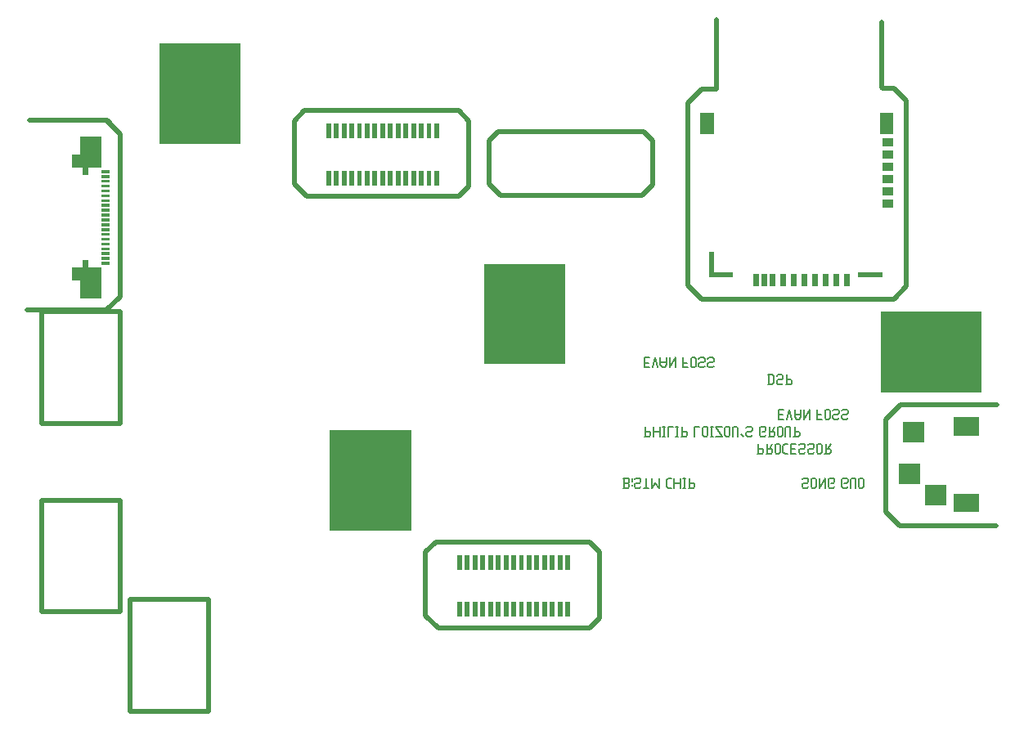
<source format=gbr>
G04 start of page 11 for group -4014 idx -4014 *
G04 Title: (unknown), bottompaste *
G04 Creator: pcb 20110918 *
G04 CreationDate: Mon Jan 27 16:51:53 2014 UTC *
G04 For: fosse *
G04 Format: Gerber/RS-274X *
G04 PCB-Dimensions: 550000 450000 *
G04 PCB-Coordinate-Origin: lower left *
%MOIN*%
%FSLAX25Y25*%
%LNBOTTOMPASTE*%
%ADD138C,0.0060*%
%ADD137C,0.0200*%
%ADD136R,0.3307X0.3307*%
%ADD135R,0.0748X0.0748*%
%ADD134R,0.0827X0.0827*%
%ADD133R,0.0197X0.0197*%
%ADD132R,0.0866X0.0866*%
%ADD131R,0.0118X0.0118*%
%ADD130R,0.0335X0.0335*%
%ADD129R,0.0177X0.0177*%
%ADD128R,0.0551X0.0551*%
%ADD127R,0.0551X0.0551*%
%ADD126R,0.0197X0.0197*%
%ADD125R,0.0236X0.0236*%
%ADD124R,0.0236X0.0236*%
%ADD123R,0.0354X0.0354*%
G54D123*X392100Y329890D02*X392847D01*
X392100Y334890D02*X392847D01*
X392100Y339890D02*X392847D01*
X392100Y344890D02*X392847D01*
X392100Y349890D02*X392847D01*
X392100Y354890D02*X392847D01*
G54D124*X338812Y300165D02*Y297409D01*
G54D125*X342158Y300164D02*Y297410D01*
G54D124*X345505Y300165D02*Y297409D01*
X349836Y300165D02*Y297409D01*
X354166Y300165D02*Y297409D01*
X358497Y300165D02*Y297409D01*
X362828Y300165D02*Y297409D01*
G54D125*X367158Y300164D02*Y297410D01*
G54D124*X371489Y300165D02*Y297409D01*
X375820Y300165D02*Y297409D01*
G54D126*X381252Y300755D02*X389126D01*
G54D127*X391883Y364162D02*Y361012D01*
G54D128*X318654Y364162D02*Y361012D01*
G54D126*X320622Y300755D02*X328300D01*
G54D129*X320524Y309319D02*Y300657D01*
G54D130*X61619Y348158D02*Y346386D01*
G54D131*X72545Y305540D02*X74513D01*
X72545Y307508D02*X74513D01*
X72545Y309477D02*X74513D01*
X72545Y311445D02*X74513D01*
X72545Y313414D02*X74513D01*
X72545Y315382D02*X74513D01*
X72545Y317351D02*X74513D01*
X72545Y319319D02*X74513D01*
X72545Y321288D02*X74513D01*
X72545Y323256D02*X74513D01*
X72545Y325225D02*X74513D01*
X72545Y327193D02*X74513D01*
X72545Y329162D02*X74513D01*
X72545Y331130D02*X74513D01*
X72545Y333099D02*X74513D01*
X72545Y335067D02*X74513D01*
G54D124*X65497Y305737D02*Y304949D01*
G54D130*X61619Y302095D02*Y300323D01*
G54D124*X65497Y343532D02*Y342744D01*
G54D131*X72545Y337036D02*X74513D01*
X72545Y342941D02*X74513D01*
X72545Y340973D02*X74513D01*
X72545Y339004D02*X74513D01*
G54D132*X67622Y299437D02*Y295500D01*
X67623Y352980D02*Y349043D01*
G54D133*X261957Y185696D02*Y181640D01*
X258807Y185696D02*Y181640D01*
X255657Y185696D02*Y181640D01*
X252508Y185696D02*Y181640D01*
X217862Y185696D02*Y181640D01*
X221012Y185696D02*Y181640D01*
X224161Y185696D02*Y181640D01*
X227311Y185696D02*Y181640D01*
X230460Y185696D02*Y181640D01*
G54D126*X233611Y185696D02*Y181641D01*
G54D133*X236760Y185696D02*Y181640D01*
X239909Y185696D02*Y181640D01*
X243059Y185696D02*Y181640D01*
X246208Y185696D02*Y181640D01*
G54D126*X249359Y185696D02*Y181641D01*
G54D133*X261957Y166601D02*Y162546D01*
X258807Y166601D02*Y162546D01*
X255657Y166601D02*Y162546D01*
X252508Y166601D02*Y162546D01*
X217862Y166601D02*Y162546D01*
X221012Y166601D02*Y162546D01*
X224161Y166601D02*Y162546D01*
X227311Y166601D02*Y162546D01*
X230460Y166601D02*Y162546D01*
G54D126*X233611Y166601D02*Y162547D01*
G54D133*X236760Y166601D02*Y162546D01*
X239909Y166601D02*Y162546D01*
X243059Y166601D02*Y162546D01*
X246208Y166601D02*Y162546D01*
G54D126*X249359Y166601D02*Y162547D01*
G54D133*X208548Y361458D02*Y357402D01*
X205398Y361458D02*Y357402D01*
X202248Y361458D02*Y357402D01*
X199099Y361458D02*Y357402D01*
X164453Y361458D02*Y357402D01*
X167603Y361458D02*Y357402D01*
X170752Y361458D02*Y357402D01*
X173902Y361458D02*Y357402D01*
X177051Y361458D02*Y357402D01*
G54D126*X180202Y361458D02*Y357403D01*
G54D133*X183351Y361458D02*Y357402D01*
X186500Y361458D02*Y357402D01*
X189650Y361458D02*Y357402D01*
X192799Y361458D02*Y357402D01*
G54D126*X195950Y361458D02*Y357403D01*
G54D133*X208548Y342363D02*Y338308D01*
X205398Y342363D02*Y338308D01*
X202248Y342363D02*Y338308D01*
X199099Y342363D02*Y338308D01*
X164453Y342363D02*Y338308D01*
X167603Y342363D02*Y338308D01*
X170752Y342363D02*Y338308D01*
X173902Y342363D02*Y338308D01*
X177051Y342363D02*Y338308D01*
G54D126*X180202Y342363D02*Y338309D01*
G54D133*X183351Y342363D02*Y338308D01*
X186500Y342363D02*Y338308D01*
X189650Y342363D02*Y338308D01*
X192799Y342363D02*Y338308D01*
G54D126*X195950Y342363D02*Y338309D01*
G54D134*X402571Y236689D02*X402965D01*
G54D135*X423043Y239051D02*X425799D01*
G54D134*X400996Y219760D02*X401390D01*
G54D135*X423043Y207949D02*X425799D01*
G54D134*X411626Y211098D02*X412020D01*
G54D136*X244439Y288821D02*Y280946D01*
X112061Y378554D02*Y370679D01*
X181561Y221054D02*Y213179D01*
G54D137*X115500Y168500D02*Y123000D01*
X83500D02*X115500D01*
X83500Y168500D02*Y123000D01*
Y168500D02*X115500D01*
X79500Y209000D02*Y163500D01*
X47500D02*X79500D01*
X47500Y209000D02*Y163500D01*
Y209000D02*X79500D01*
Y285800D02*Y240300D01*
X47500D02*X79500D01*
X47500Y285800D02*Y240300D01*
Y285800D02*X79500D01*
X41500Y286450D02*X73900D01*
X79500Y292050D01*
Y358350D02*Y292050D01*
X74100Y363750D02*X79500Y358350D01*
X73900Y363950D02*X79500Y358350D01*
X42500Y363950D02*X73900D01*
X208090Y191940D02*X270890D01*
X274990Y187840D01*
Y161040D01*
X270890Y156940D02*X274990Y161040D01*
X209090Y156940D02*X270890D01*
X203990Y162040D02*X209090Y156940D01*
X203990Y187840D02*Y162040D01*
Y187840D02*X208090Y191940D01*
X154691Y367742D02*X217491D01*
X221591Y363642D01*
Y336842D01*
X217491Y332742D02*X221591Y336842D01*
X155691Y332742D02*X217491D01*
X150591Y337842D02*X155691Y332742D01*
X150591Y363642D02*Y337842D01*
Y363642D02*X154691Y367742D01*
X233500Y359300D02*X292800D01*
X296400Y355700D01*
Y337400D01*
X292250Y333250D02*X296400Y337400D01*
X234450Y333250D02*X292250D01*
X229900Y337800D02*X234450Y333250D01*
X229900Y355700D02*Y337800D01*
Y355700D02*X233500Y359300D01*
X390000Y404000D02*Y377100D01*
X390100Y377000D01*
X394900D01*
X400000Y371900D01*
Y296100D01*
X394900Y291000D02*X400000Y296100D01*
X316600Y291000D02*X394900D01*
X311000Y296600D02*X316600Y291000D01*
X311000Y370900D02*Y296600D01*
Y370900D02*X316600Y376500D01*
X322500D01*
Y405000D02*Y376500D01*
G54D138*X380500Y214500D02*X381000Y214000D01*
X380500Y217500D02*Y214500D01*
Y217500D02*X381000Y218000D01*
X382000D01*
X382500Y217500D01*
Y214500D01*
X382000Y214000D02*X382500Y214500D01*
X381000Y214000D02*X382000D01*
X379300Y217500D02*Y214000D01*
X378800Y218000D02*X379300Y217500D01*
X377800Y218000D02*X378800D01*
X377300Y217500D02*X377800Y218000D01*
X377300Y217500D02*Y214000D01*
X375600D02*X376100Y214500D01*
X374100Y214000D02*X375600D01*
X373600Y214500D02*X374100Y214000D01*
X373600Y217500D02*Y214500D01*
Y217500D02*X374100Y218000D01*
X375600D01*
X376100Y217500D01*
Y216500D01*
X375600Y216000D02*X376100Y216500D01*
X374600Y216000D02*X375600D01*
X369100D02*X370100D01*
X370600Y216500D01*
Y217500D02*Y216500D01*
X370100Y218000D02*X370600Y217500D01*
X368600Y218000D02*X370100D01*
X368100Y217500D02*X368600Y218000D01*
X368100Y217500D02*Y214500D01*
X368600Y214000D01*
X370100D01*
X370600Y214500D01*
X366900Y218000D02*Y214000D01*
X364400D02*X366900Y218000D01*
X364400D02*Y214000D01*
X361700D02*X362700D01*
X363200Y214500D01*
Y217500D02*Y214500D01*
X362700Y218000D02*X363200Y217500D01*
X361700Y218000D02*X362700D01*
X361200Y217500D02*X361700Y218000D01*
X361200Y217500D02*Y214500D01*
X361700Y214000D01*
X357500Y217500D02*X358000Y218000D01*
X359500D01*
X360000Y217500D01*
Y216500D01*
X359500Y216000D02*X360000Y216500D01*
X358000Y216000D02*X359500D01*
X357500Y215500D02*X358000Y216000D01*
X357500Y215500D02*Y214500D01*
X358000Y214000D01*
X359500D01*
X360000Y214500D01*
X309000Y214000D02*X310000D01*
X309500Y218000D02*Y214000D01*
X309000Y218000D02*X310000D01*
X311200Y214000D02*X313200D01*
X313700Y214500D01*
Y215500D02*Y214500D01*
X313200Y216000D02*X313700Y215500D01*
X311700Y216000D02*X313200D01*
X311700Y218000D02*Y214000D01*
X302800D02*X304100D01*
X302100Y214700D02*X302800Y214000D01*
X302100Y217300D02*Y214700D01*
Y217300D02*X302800Y218000D01*
X304100D01*
X305300D02*Y214000D01*
Y216000D02*X307800D01*
Y218000D02*Y214000D01*
X284500D02*X286500D01*
X287000Y214500D01*
Y215300D02*Y214500D01*
X286500Y215800D02*X287000Y215300D01*
X286500Y215800D02*X287000Y216300D01*
Y217500D02*Y216300D01*
X286500Y218000D02*X287000Y217500D01*
X284500Y218000D02*X286500D01*
X285000D02*Y214000D01*
Y215800D02*X286500D01*
X288200Y215100D02*Y215000D01*
Y218000D02*Y216500D01*
X289200Y217500D02*X289700Y218000D01*
X291200D01*
X291700Y217500D01*
Y216500D01*
X291200Y216000D02*X291700Y216500D01*
X289700Y216000D02*X291200D01*
X289200Y215500D02*X289700Y216000D01*
X289200Y215500D02*Y214500D01*
X289700Y214000D01*
X291200D01*
X291700Y214500D01*
X292900Y214000D02*X294900D01*
X293900Y218000D02*Y214000D01*
X296100Y218000D02*Y214000D01*
X297600Y216000D01*
X299100Y214000D01*
Y218000D02*Y214000D01*
X364000Y228000D02*X365000D01*
X363500Y228500D02*X364000Y228000D01*
X363500Y231500D02*Y228500D01*
Y231500D02*X364000Y232000D01*
X365000D01*
X365500Y231500D01*
Y228500D01*
X365000Y228000D02*X365500Y228500D01*
X347000Y228000D02*X348000D01*
X346500Y228500D02*X347000Y228000D01*
X346500Y231500D02*Y228500D01*
Y231500D02*X347000Y232000D01*
X348000D01*
X348500Y231500D01*
Y228500D01*
X348000Y228000D02*X348500Y228500D01*
X352900Y228000D02*X354900D01*
X352900Y232000D02*Y228000D01*
Y232000D02*X354900D01*
X352900Y229800D02*X354400D01*
X356100Y231500D02*X356600Y232000D01*
X358100D01*
X358600Y231500D01*
Y230500D01*
X358100Y230000D02*X358600Y230500D01*
X356600Y230000D02*X358100D01*
X356100Y229500D02*X356600Y230000D01*
X356100Y229500D02*Y228500D01*
X356600Y228000D01*
X358100D01*
X358600Y228500D01*
X359800Y231500D02*X360300Y232000D01*
X361800D01*
X362300Y231500D01*
Y230500D01*
X361800Y230000D02*X362300Y230500D01*
X360300Y230000D02*X361800D01*
X359800Y229500D02*X360300Y230000D01*
X359800Y229500D02*Y228500D01*
X360300Y228000D01*
X361800D01*
X362300Y228500D01*
X339100Y228000D02*X341100D01*
X341600Y228500D01*
Y229500D02*Y228500D01*
X341100Y230000D02*X341600Y229500D01*
X339600Y230000D02*X341100D01*
X339600Y232000D02*Y228000D01*
X342800D02*X344800D01*
X345300Y228500D01*
Y229500D02*Y228500D01*
X344800Y230000D02*X345300Y229500D01*
X343300Y230000D02*X344800D01*
X343300Y232000D02*Y228000D01*
X344100Y230000D02*X345300Y232000D01*
X366700Y228000D02*X368700D01*
X369200Y228500D01*
Y229500D02*Y228500D01*
X368700Y230000D02*X369200Y229500D01*
X367200Y230000D02*X368700D01*
X367200Y232000D02*Y228000D01*
X368000Y230000D02*X369200Y232000D01*
X350400Y228000D02*X351700D01*
X349700Y228700D02*X350400Y228000D01*
X349700Y231300D02*Y228700D01*
Y231300D02*X350400Y232000D01*
X351700D01*
X293200Y235000D02*X295200D01*
X295700Y235500D01*
Y236500D02*Y235500D01*
X295200Y237000D02*X295700Y236500D01*
X293700Y237000D02*X295200D01*
X293700Y239000D02*Y235000D01*
X296900Y239000D02*Y235000D01*
X299400Y239000D02*Y235000D01*
X296900Y237000D02*X299400D01*
X300600Y235000D02*X301600D01*
X301100Y239000D02*Y235000D01*
X300600Y239000D02*X301600D01*
X302800D02*Y235000D01*
Y239000D02*X304800D01*
X306000Y235000D02*X307000D01*
X306500Y239000D02*Y235000D01*
X306000Y239000D02*X307000D01*
X308200Y235000D02*X310200D01*
X310700Y235500D01*
Y236500D02*Y235500D01*
X310200Y237000D02*X310700Y236500D01*
X308700Y237000D02*X310200D01*
X308700Y239000D02*Y235000D01*
X313700Y239000D02*Y235000D01*
Y239000D02*X315700D01*
X316900Y235500D02*X317400Y235000D01*
X316900Y238500D02*Y235500D01*
Y238500D02*X317400Y239000D01*
X318400D01*
X318900Y238500D01*
Y235500D01*
X318400Y235000D02*X318900Y235500D01*
X317400Y235000D02*X318400D01*
X320100D02*X321100D01*
X320600Y239000D02*Y235000D01*
X320100Y239000D02*X321100D01*
X322300Y235000D02*X324800D01*
X322300Y239000D02*X324800Y235000D01*
X322300Y239000D02*X324800D01*
X326000Y235500D02*X326500Y235000D01*
X326000Y238500D02*Y235500D01*
Y238500D02*X326500Y239000D01*
X327500D01*
X328000Y238500D01*
Y235500D01*
X327500Y235000D02*X328000Y235500D01*
X326500Y235000D02*X327500D01*
X329200Y238500D02*Y235000D01*
Y238500D02*X329700Y239000D01*
X330700D01*
X331200Y238500D01*
Y235000D01*
X332400Y236000D02*X333400Y235000D01*
X336600D02*X337100Y235500D01*
X335100Y235000D02*X336600D01*
X334600Y235500D02*X335100Y235000D01*
X334600Y236500D02*Y235500D01*
Y236500D02*X335100Y237000D01*
X336600D01*
X337100Y237500D01*
Y238500D02*Y237500D01*
X336600Y239000D02*X337100Y238500D01*
X335100Y239000D02*X336600D01*
X334600Y238500D02*X335100Y239000D01*
X341100Y237000D02*X342100D01*
X342600Y237500D01*
Y238500D02*Y237500D01*
X342100Y239000D02*X342600Y238500D01*
X340600Y239000D02*X342100D01*
X340100Y238500D02*X340600Y239000D01*
X340100Y238500D02*Y235500D01*
X340600Y235000D01*
X342100D01*
X342600Y235500D01*
X348000Y235000D02*X349000D01*
X347500Y235500D02*X348000Y235000D01*
X347500Y238500D02*Y235500D01*
Y238500D02*X348000Y239000D01*
X349000D01*
X349500Y238500D01*
Y235500D01*
X349000Y235000D02*X349500Y235500D01*
X353900Y235000D02*X355900D01*
X356400Y235500D01*
Y236500D02*Y235500D01*
X355900Y237000D02*X356400Y236500D01*
X354400Y237000D02*X355900D01*
X354400Y239000D02*Y235000D01*
X343800D02*X345800D01*
X346300Y235500D01*
Y236500D02*Y235500D01*
X345800Y237000D02*X346300Y236500D01*
X344300Y237000D02*X345800D01*
X344300Y239000D02*Y235000D01*
X345100Y237000D02*X346300Y239000D01*
X350700Y238500D02*Y235000D01*
Y238500D02*X351200Y239000D01*
X352200D01*
X352700Y238500D01*
Y235000D01*
X343400Y260100D02*X345200D01*
X345900Y259400D01*
Y256800D01*
X345200Y256100D02*X345900Y256800D01*
X343400Y256100D02*X345200D01*
X343900Y260100D02*Y256100D01*
X347100Y259600D02*X347600Y260100D01*
X349100D01*
X349600Y259600D01*
Y258600D01*
X349100Y258100D02*X349600Y258600D01*
X347600Y258100D02*X349100D01*
X347100Y257600D02*X347600Y258100D01*
X347100Y257600D02*Y256600D01*
X347600Y256100D01*
X349100D01*
X349600Y256600D01*
X350800Y256100D02*X352800D01*
X353300Y256600D01*
Y257600D02*Y256600D01*
X352800Y258100D02*X353300Y257600D01*
X351300Y258100D02*X352800D01*
X351300Y260100D02*Y256100D01*
X321000Y263100D02*X321500Y263600D01*
X319500Y263100D02*X321000D01*
X319000Y263600D02*X319500Y263100D01*
X319000Y264600D02*Y263600D01*
Y264600D02*X319500Y265100D01*
X321000D01*
X321500Y265600D01*
Y266600D02*Y265600D01*
X321000Y267100D02*X321500Y266600D01*
X319500Y267100D02*X321000D01*
X319000Y266600D02*X319500Y267100D01*
X317300Y263100D02*X317800Y263600D01*
X315800Y263100D02*X317300D01*
X315300Y263600D02*X315800Y263100D01*
X315300Y264600D02*Y263600D01*
Y264600D02*X315800Y265100D01*
X317300D01*
X317800Y265600D01*
Y266600D02*Y265600D01*
X317300Y267100D02*X317800Y266600D01*
X315800Y267100D02*X317300D01*
X315300Y266600D02*X315800Y267100D01*
X313600Y263100D02*X314100Y263600D01*
Y266600D02*Y263600D01*
X313600Y267100D02*X314100Y266600D01*
X312600Y267100D02*X313600D01*
X312100Y266600D02*X312600Y267100D01*
X312100Y266600D02*Y263600D01*
X312600Y263100D01*
X313600D01*
X308900D02*X310900D01*
X308900Y267100D02*Y263100D01*
Y264900D02*X310400D01*
X303400Y263100D02*X305900Y267100D01*
Y263100D01*
X303400Y267100D02*Y263100D01*
X302200Y267100D02*Y264100D01*
X301500Y263100D02*X302200Y264100D01*
X299700Y267100D02*Y264100D01*
X300400Y263100D01*
X301500D01*
X299700Y265100D02*X302200D01*
X297500Y267100D02*X298500Y263100D01*
X296500D02*X297500Y267100D01*
X293300Y263100D02*X295300D01*
X293300Y267100D02*Y263100D01*
Y267100D02*X295300D01*
X293300Y264900D02*X294800D01*
X375700Y242000D02*X376200Y242500D01*
X374200Y242000D02*X375700D01*
X373700Y242500D02*X374200Y242000D01*
X373700Y243500D02*Y242500D01*
Y243500D02*X374200Y244000D01*
X375700D01*
X376200Y244500D01*
Y245500D02*Y244500D01*
X375700Y246000D02*X376200Y245500D01*
X374200Y246000D02*X375700D01*
X373700Y245500D02*X374200Y246000D01*
X372000Y242000D02*X372500Y242500D01*
X370500Y242000D02*X372000D01*
X370000Y242500D02*X370500Y242000D01*
X370000Y243500D02*Y242500D01*
Y243500D02*X370500Y244000D01*
X372000D01*
X372500Y244500D01*
Y245500D02*Y244500D01*
X372000Y246000D02*X372500Y245500D01*
X370500Y246000D02*X372000D01*
X370000Y245500D02*X370500Y246000D01*
X368300Y242000D02*X368800Y242500D01*
Y245500D02*Y242500D01*
X368300Y246000D02*X368800Y245500D01*
X367300Y246000D02*X368300D01*
X366800Y245500D02*X367300Y246000D01*
X366800Y245500D02*Y242500D01*
X367300Y242000D01*
X368300D01*
X363600D02*X365600D01*
X363600Y246000D02*Y242000D01*
Y243800D02*X365100D01*
X358100Y242000D02*X360600Y246000D01*
Y242000D01*
X358100Y246000D02*Y242000D01*
X356900Y246000D02*Y243000D01*
X356200Y242000D02*X356900Y243000D01*
X354400Y246000D02*Y243000D01*
X355100Y242000D01*
X356200D01*
X354400Y244000D02*X356900D01*
X352200Y246000D02*X353200Y242000D01*
X351200D02*X352200Y246000D01*
X348000Y242000D02*X350000D01*
X348000Y246000D02*Y242000D01*
Y246000D02*X350000D01*
X348000Y243800D02*X349500D01*
G54D137*X397600Y248000D02*X437000D01*
X391500Y241900D02*X397600Y248000D01*
X391500Y241900D02*Y204100D01*
X397100Y198500D01*
X436500D01*
G54D136*X406063Y269500D02*X413938D01*
M02*

</source>
